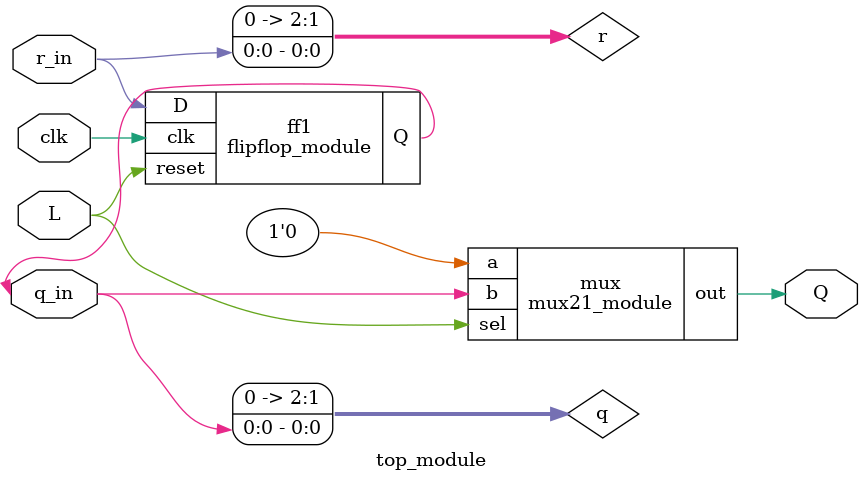
<source format=sv>
module flipflop_module(
	input clk,
	input reset,
	input D,
	output reg Q);

	always @(posedge clk, posedge reset) begin
		if (reset)
			Q <= 1'b0;
		else
			Q <= D;
	end

endmodule
module mux21_module(
	input a,
	input b,
	input sel,
	output reg out);

	always @(a, b, sel) begin
		if (sel)
			out <= b;
		else
			out <= a;
	end

endmodule
module top_module(
	input clk,
	input L,
	input q_in,
	input r_in,
	output reg Q);

	wire [2:0] q;
	wire [2:0] r;

	assign q = q_in;
	assign r = r_in;

	flipflop_module ff1(
		.clk(clk),
		.reset(L),
		.D(r),
		.Q(q[0])
	);

	flipflop_module ff2(
		.clk(clk),
		.reset(L),
		.D(q[1] ^ q[2]),
		.Q(q[1])
	);

	flipflop_module ff3(
		.clk(clk),
		.reset(L),
		.D(q[0] ^ q[2]),
		.Q(q[2])
	);

	mux21_module mux(
		.a(q[1]),
		.b(q[0]),
		.sel(L),
		.out(Q)
	);

endmodule

</source>
